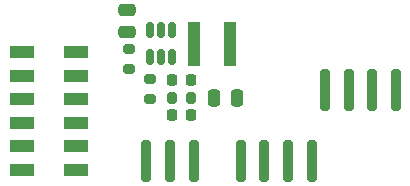
<source format=gbr>
%TF.GenerationSoftware,KiCad,Pcbnew,8.0.1*%
%TF.CreationDate,2024-06-02T11:28:52+08:00*%
%TF.ProjectId,SB-fan-board,53422d66-616e-42d6-926f-6172642e6b69,rev?*%
%TF.SameCoordinates,Original*%
%TF.FileFunction,Paste,Top*%
%TF.FilePolarity,Positive*%
%FSLAX46Y46*%
G04 Gerber Fmt 4.6, Leading zero omitted, Abs format (unit mm)*
G04 Created by KiCad (PCBNEW 8.0.1) date 2024-06-02 11:28:52*
%MOMM*%
%LPD*%
G01*
G04 APERTURE LIST*
G04 Aperture macros list*
%AMRoundRect*
0 Rectangle with rounded corners*
0 $1 Rounding radius*
0 $2 $3 $4 $5 $6 $7 $8 $9 X,Y pos of 4 corners*
0 Add a 4 corners polygon primitive as box body*
4,1,4,$2,$3,$4,$5,$6,$7,$8,$9,$2,$3,0*
0 Add four circle primitives for the rounded corners*
1,1,$1+$1,$2,$3*
1,1,$1+$1,$4,$5*
1,1,$1+$1,$6,$7*
1,1,$1+$1,$8,$9*
0 Add four rect primitives between the rounded corners*
20,1,$1+$1,$2,$3,$4,$5,0*
20,1,$1+$1,$4,$5,$6,$7,0*
20,1,$1+$1,$6,$7,$8,$9,0*
20,1,$1+$1,$8,$9,$2,$3,0*%
G04 Aperture macros list end*
%ADD10RoundRect,0.200000X-0.200000X-0.275000X0.200000X-0.275000X0.200000X0.275000X-0.200000X0.275000X0*%
%ADD11R,1.100000X3.700000*%
%ADD12RoundRect,0.200000X-0.275000X0.200000X-0.275000X-0.200000X0.275000X-0.200000X0.275000X0.200000X0*%
%ADD13RoundRect,0.200000X0.200000X1.550000X-0.200000X1.550000X-0.200000X-1.550000X0.200000X-1.550000X0*%
%ADD14RoundRect,0.225000X-0.225000X-0.250000X0.225000X-0.250000X0.225000X0.250000X-0.225000X0.250000X0*%
%ADD15RoundRect,0.200000X0.275000X-0.200000X0.275000X0.200000X-0.275000X0.200000X-0.275000X-0.200000X0*%
%ADD16RoundRect,0.200000X-0.200000X-1.550000X0.200000X-1.550000X0.200000X1.550000X-0.200000X1.550000X0*%
%ADD17R,2.000000X1.000000*%
%ADD18RoundRect,0.250000X0.475000X-0.250000X0.475000X0.250000X-0.475000X0.250000X-0.475000X-0.250000X0*%
%ADD19RoundRect,0.250000X-0.250000X-0.475000X0.250000X-0.475000X0.250000X0.475000X-0.250000X0.475000X0*%
%ADD20RoundRect,0.150000X-0.150000X0.512500X-0.150000X-0.512500X0.150000X-0.512500X0.150000X0.512500X0*%
G04 APERTURE END LIST*
D10*
%TO.C,R2*%
X156750000Y-80800000D03*
X158400000Y-80800000D03*
%TD*%
D11*
%TO.C,L1*%
X158650000Y-76212500D03*
X161650000Y-76212500D03*
%TD*%
D12*
%TO.C,R3*%
X154900001Y-79225000D03*
X154900001Y-80875000D03*
%TD*%
D13*
%TO.C,J2*%
X168600000Y-86147127D03*
X166600000Y-86147127D03*
X164600000Y-86147127D03*
X162600000Y-86147127D03*
%TD*%
D14*
%TO.C,C1*%
X156800000Y-79300000D03*
X158350000Y-79300000D03*
%TD*%
D15*
%TO.C,R1*%
X153100000Y-78350000D03*
X153100000Y-76700000D03*
%TD*%
D13*
%TO.C,J3*%
X158600000Y-86126727D03*
X156600000Y-86126727D03*
X154600000Y-86126727D03*
%TD*%
D16*
%TO.C,J1*%
X169750000Y-80139600D03*
X171750000Y-80139600D03*
X173750000Y-80139600D03*
X175750000Y-80139600D03*
%TD*%
D17*
%TO.C,J4*%
X144041000Y-86929000D03*
X148641000Y-86929000D03*
X144041000Y-84929000D03*
X148641000Y-84929000D03*
X144041000Y-82929000D03*
X148641000Y-82929000D03*
X144041000Y-80929000D03*
X148641000Y-80929000D03*
X144041000Y-78929000D03*
X148641000Y-78929000D03*
X144041000Y-76929000D03*
X148641000Y-76929000D03*
%TD*%
D14*
%TO.C,C4*%
X156800000Y-82300000D03*
X158350000Y-82300000D03*
%TD*%
D18*
%TO.C,C2*%
X153000000Y-75250001D03*
X153000000Y-73350001D03*
%TD*%
D19*
%TO.C,C3*%
X160350000Y-80800000D03*
X162250000Y-80800000D03*
%TD*%
D20*
%TO.C,U1*%
X156800000Y-75075000D03*
X155850000Y-75075000D03*
X154900000Y-75075000D03*
X154900000Y-77350000D03*
X155850000Y-77350000D03*
X156800000Y-77350000D03*
%TD*%
M02*

</source>
